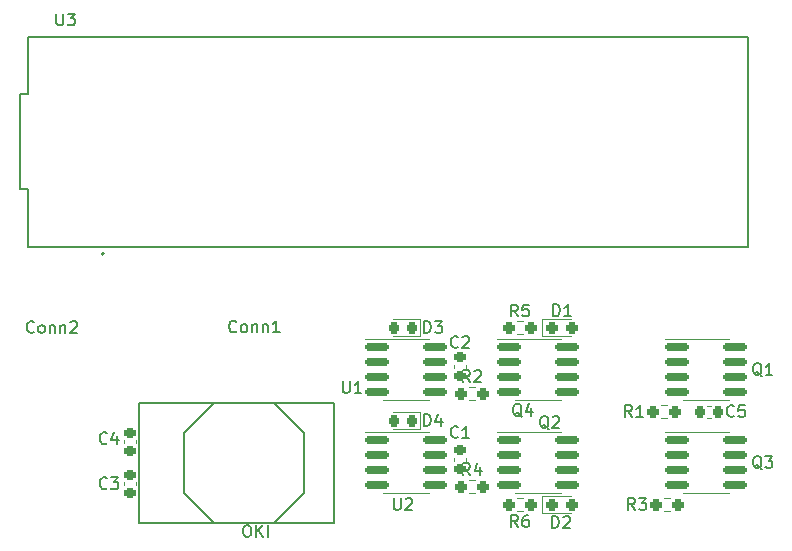
<source format=gto>
G04 #@! TF.GenerationSoftware,KiCad,Pcbnew,(6.0.8)*
G04 #@! TF.CreationDate,2022-10-20T16:10:57-05:00*
G04 #@! TF.ProjectId,H-Bridge,482d4272-6964-4676-952e-6b696361645f,rev?*
G04 #@! TF.SameCoordinates,Original*
G04 #@! TF.FileFunction,Legend,Top*
G04 #@! TF.FilePolarity,Positive*
%FSLAX46Y46*%
G04 Gerber Fmt 4.6, Leading zero omitted, Abs format (unit mm)*
G04 Created by KiCad (PCBNEW (6.0.8)) date 2022-10-20 16:10:57*
%MOMM*%
%LPD*%
G01*
G04 APERTURE LIST*
G04 Aperture macros list*
%AMRoundRect*
0 Rectangle with rounded corners*
0 $1 Rounding radius*
0 $2 $3 $4 $5 $6 $7 $8 $9 X,Y pos of 4 corners*
0 Add a 4 corners polygon primitive as box body*
4,1,4,$2,$3,$4,$5,$6,$7,$8,$9,$2,$3,0*
0 Add four circle primitives for the rounded corners*
1,1,$1+$1,$2,$3*
1,1,$1+$1,$4,$5*
1,1,$1+$1,$6,$7*
1,1,$1+$1,$8,$9*
0 Add four rect primitives between the rounded corners*
20,1,$1+$1,$2,$3,$4,$5,0*
20,1,$1+$1,$4,$5,$6,$7,0*
20,1,$1+$1,$6,$7,$8,$9,0*
20,1,$1+$1,$8,$9,$2,$3,0*%
G04 Aperture macros list end*
%ADD10C,0.150000*%
%ADD11C,0.120000*%
%ADD12C,0.127000*%
%ADD13C,0.200000*%
%ADD14RoundRect,0.237500X-0.250000X-0.237500X0.250000X-0.237500X0.250000X0.237500X-0.250000X0.237500X0*%
%ADD15RoundRect,0.225000X-0.250000X0.225000X-0.250000X-0.225000X0.250000X-0.225000X0.250000X0.225000X0*%
%ADD16RoundRect,0.218750X0.218750X0.256250X-0.218750X0.256250X-0.218750X-0.256250X0.218750X-0.256250X0*%
%ADD17RoundRect,0.237500X-0.287500X-0.237500X0.287500X-0.237500X0.287500X0.237500X-0.287500X0.237500X0*%
%ADD18O,5.100000X3.000000*%
%ADD19RoundRect,0.150000X-0.825000X-0.150000X0.825000X-0.150000X0.825000X0.150000X-0.825000X0.150000X0*%
%ADD20C,1.308000*%
%ADD21C,1.258000*%
%ADD22C,1.208000*%
%ADD23RoundRect,0.225000X-0.225000X-0.250000X0.225000X-0.250000X0.225000X0.250000X-0.225000X0.250000X0*%
%ADD24RoundRect,0.237500X0.250000X0.237500X-0.250000X0.237500X-0.250000X-0.237500X0.250000X-0.237500X0*%
%ADD25RoundRect,0.225000X0.250000X-0.225000X0.250000X0.225000X-0.250000X0.225000X-0.250000X-0.225000X0*%
%ADD26C,1.524000*%
%ADD27O,3.000000X5.100000*%
G04 APERTURE END LIST*
D10*
X98893333Y-75984380D02*
X98560000Y-75508190D01*
X98321904Y-75984380D02*
X98321904Y-74984380D01*
X98702857Y-74984380D01*
X98798095Y-75032000D01*
X98845714Y-75079619D01*
X98893333Y-75174857D01*
X98893333Y-75317714D01*
X98845714Y-75412952D01*
X98798095Y-75460571D01*
X98702857Y-75508190D01*
X98321904Y-75508190D01*
X99274285Y-75079619D02*
X99321904Y-75032000D01*
X99417142Y-74984380D01*
X99655238Y-74984380D01*
X99750476Y-75032000D01*
X99798095Y-75079619D01*
X99845714Y-75174857D01*
X99845714Y-75270095D01*
X99798095Y-75412952D01*
X99226666Y-75984380D01*
X99845714Y-75984380D01*
X97877333Y-73001142D02*
X97829714Y-73048761D01*
X97686857Y-73096380D01*
X97591619Y-73096380D01*
X97448761Y-73048761D01*
X97353523Y-72953523D01*
X97305904Y-72858285D01*
X97258285Y-72667809D01*
X97258285Y-72524952D01*
X97305904Y-72334476D01*
X97353523Y-72239238D01*
X97448761Y-72144000D01*
X97591619Y-72096380D01*
X97686857Y-72096380D01*
X97829714Y-72144000D01*
X97877333Y-72191619D01*
X98258285Y-72191619D02*
X98305904Y-72144000D01*
X98401142Y-72096380D01*
X98639238Y-72096380D01*
X98734476Y-72144000D01*
X98782095Y-72191619D01*
X98829714Y-72286857D01*
X98829714Y-72382095D01*
X98782095Y-72524952D01*
X98210666Y-73096380D01*
X98829714Y-73096380D01*
X98900843Y-83866459D02*
X98567510Y-83390269D01*
X98329414Y-83866459D02*
X98329414Y-82866459D01*
X98710367Y-82866459D01*
X98805605Y-82914079D01*
X98853224Y-82961698D01*
X98900843Y-83056936D01*
X98900843Y-83199793D01*
X98853224Y-83295031D01*
X98805605Y-83342650D01*
X98710367Y-83390269D01*
X98329414Y-83390269D01*
X99757986Y-83199793D02*
X99757986Y-83866459D01*
X99519890Y-82818840D02*
X99281795Y-83533126D01*
X99900843Y-83533126D01*
X95019904Y-79700380D02*
X95019904Y-78700380D01*
X95258000Y-78700380D01*
X95400857Y-78748000D01*
X95496095Y-78843238D01*
X95543714Y-78938476D01*
X95591333Y-79128952D01*
X95591333Y-79271809D01*
X95543714Y-79462285D01*
X95496095Y-79557523D01*
X95400857Y-79652761D01*
X95258000Y-79700380D01*
X95019904Y-79700380D01*
X96448476Y-79033714D02*
X96448476Y-79700380D01*
X96210380Y-78652761D02*
X95972285Y-79367047D01*
X96591333Y-79367047D01*
X68159333Y-81142142D02*
X68111714Y-81189761D01*
X67968857Y-81237380D01*
X67873619Y-81237380D01*
X67730761Y-81189761D01*
X67635523Y-81094523D01*
X67587904Y-80999285D01*
X67540285Y-80808809D01*
X67540285Y-80665952D01*
X67587904Y-80475476D01*
X67635523Y-80380238D01*
X67730761Y-80285000D01*
X67873619Y-80237380D01*
X67968857Y-80237380D01*
X68111714Y-80285000D01*
X68159333Y-80332619D01*
X69016476Y-80570714D02*
X69016476Y-81237380D01*
X68778380Y-80189761D02*
X68540285Y-80904047D01*
X69159333Y-80904047D01*
X105941904Y-70396380D02*
X105941904Y-69396380D01*
X106180000Y-69396380D01*
X106322857Y-69444000D01*
X106418095Y-69539238D01*
X106465714Y-69634476D01*
X106513333Y-69824952D01*
X106513333Y-69967809D01*
X106465714Y-70158285D01*
X106418095Y-70253523D01*
X106322857Y-70348761D01*
X106180000Y-70396380D01*
X105941904Y-70396380D01*
X107465714Y-70396380D02*
X106894285Y-70396380D01*
X107180000Y-70396380D02*
X107180000Y-69396380D01*
X107084761Y-69539238D01*
X106989523Y-69634476D01*
X106894285Y-69682095D01*
X79121190Y-71675342D02*
X79073571Y-71722961D01*
X78930714Y-71770580D01*
X78835476Y-71770580D01*
X78692619Y-71722961D01*
X78597380Y-71627723D01*
X78549761Y-71532485D01*
X78502142Y-71342009D01*
X78502142Y-71199152D01*
X78549761Y-71008676D01*
X78597380Y-70913438D01*
X78692619Y-70818200D01*
X78835476Y-70770580D01*
X78930714Y-70770580D01*
X79073571Y-70818200D01*
X79121190Y-70865819D01*
X79692619Y-71770580D02*
X79597380Y-71722961D01*
X79549761Y-71675342D01*
X79502142Y-71580104D01*
X79502142Y-71294390D01*
X79549761Y-71199152D01*
X79597380Y-71151533D01*
X79692619Y-71103914D01*
X79835476Y-71103914D01*
X79930714Y-71151533D01*
X79978333Y-71199152D01*
X80025952Y-71294390D01*
X80025952Y-71580104D01*
X79978333Y-71675342D01*
X79930714Y-71722961D01*
X79835476Y-71770580D01*
X79692619Y-71770580D01*
X80454523Y-71103914D02*
X80454523Y-71770580D01*
X80454523Y-71199152D02*
X80502142Y-71151533D01*
X80597380Y-71103914D01*
X80740238Y-71103914D01*
X80835476Y-71151533D01*
X80883095Y-71246771D01*
X80883095Y-71770580D01*
X81359285Y-71103914D02*
X81359285Y-71770580D01*
X81359285Y-71199152D02*
X81406904Y-71151533D01*
X81502142Y-71103914D01*
X81645000Y-71103914D01*
X81740238Y-71151533D01*
X81787857Y-71246771D01*
X81787857Y-71770580D01*
X82787857Y-71770580D02*
X82216428Y-71770580D01*
X82502142Y-71770580D02*
X82502142Y-70770580D01*
X82406904Y-70913438D01*
X82311666Y-71008676D01*
X82216428Y-71056295D01*
X92456095Y-85812380D02*
X92456095Y-86621904D01*
X92503714Y-86717142D01*
X92551333Y-86764761D01*
X92646571Y-86812380D01*
X92837047Y-86812380D01*
X92932285Y-86764761D01*
X92979904Y-86717142D01*
X93027523Y-86621904D01*
X93027523Y-85812380D01*
X93456095Y-85907619D02*
X93503714Y-85860000D01*
X93598952Y-85812380D01*
X93837047Y-85812380D01*
X93932285Y-85860000D01*
X93979904Y-85907619D01*
X94027523Y-86002857D01*
X94027523Y-86098095D01*
X93979904Y-86240952D01*
X93408476Y-86812380D01*
X94027523Y-86812380D01*
X88138095Y-75906380D02*
X88138095Y-76715904D01*
X88185714Y-76811142D01*
X88233333Y-76858761D01*
X88328571Y-76906380D01*
X88519047Y-76906380D01*
X88614285Y-76858761D01*
X88661904Y-76811142D01*
X88709523Y-76715904D01*
X88709523Y-75906380D01*
X89709523Y-76906380D02*
X89138095Y-76906380D01*
X89423809Y-76906380D02*
X89423809Y-75906380D01*
X89328571Y-76049238D01*
X89233333Y-76144476D01*
X89138095Y-76192095D01*
X63881095Y-44783380D02*
X63881095Y-45592904D01*
X63928714Y-45688142D01*
X63976333Y-45735761D01*
X64071571Y-45783380D01*
X64262047Y-45783380D01*
X64357285Y-45735761D01*
X64404904Y-45688142D01*
X64452523Y-45592904D01*
X64452523Y-44783380D01*
X64833476Y-44783380D02*
X65452523Y-44783380D01*
X65119190Y-45164333D01*
X65262047Y-45164333D01*
X65357285Y-45211952D01*
X65404904Y-45259571D01*
X65452523Y-45354809D01*
X65452523Y-45592904D01*
X65404904Y-45688142D01*
X65357285Y-45735761D01*
X65262047Y-45783380D01*
X64976333Y-45783380D01*
X64881095Y-45735761D01*
X64833476Y-45688142D01*
X103292877Y-78924979D02*
X103197639Y-78877360D01*
X103102401Y-78782121D01*
X102959544Y-78639264D01*
X102864306Y-78591645D01*
X102769068Y-78591645D01*
X102816687Y-78829740D02*
X102721449Y-78782121D01*
X102626211Y-78686883D01*
X102578592Y-78496407D01*
X102578592Y-78163074D01*
X102626211Y-77972598D01*
X102721449Y-77877360D01*
X102816687Y-77829740D01*
X103007163Y-77829740D01*
X103102401Y-77877360D01*
X103197639Y-77972598D01*
X103245258Y-78163074D01*
X103245258Y-78496407D01*
X103197639Y-78686883D01*
X103102401Y-78782121D01*
X103007163Y-78829740D01*
X102816687Y-78829740D01*
X104102401Y-78163074D02*
X104102401Y-78829740D01*
X103864306Y-77782121D02*
X103626211Y-78496407D01*
X104245258Y-78496407D01*
X123602761Y-75477619D02*
X123507523Y-75430000D01*
X123412285Y-75334761D01*
X123269428Y-75191904D01*
X123174190Y-75144285D01*
X123078952Y-75144285D01*
X123126571Y-75382380D02*
X123031333Y-75334761D01*
X122936095Y-75239523D01*
X122888476Y-75049047D01*
X122888476Y-74715714D01*
X122936095Y-74525238D01*
X123031333Y-74430000D01*
X123126571Y-74382380D01*
X123317047Y-74382380D01*
X123412285Y-74430000D01*
X123507523Y-74525238D01*
X123555142Y-74715714D01*
X123555142Y-75049047D01*
X123507523Y-75239523D01*
X123412285Y-75334761D01*
X123317047Y-75382380D01*
X123126571Y-75382380D01*
X124507523Y-75382380D02*
X123936095Y-75382380D01*
X124221809Y-75382380D02*
X124221809Y-74382380D01*
X124126571Y-74525238D01*
X124031333Y-74620476D01*
X123936095Y-74668095D01*
X112863333Y-86812380D02*
X112530000Y-86336190D01*
X112291904Y-86812380D02*
X112291904Y-85812380D01*
X112672857Y-85812380D01*
X112768095Y-85860000D01*
X112815714Y-85907619D01*
X112863333Y-86002857D01*
X112863333Y-86145714D01*
X112815714Y-86240952D01*
X112768095Y-86288571D01*
X112672857Y-86336190D01*
X112291904Y-86336190D01*
X113196666Y-85812380D02*
X113815714Y-85812380D01*
X113482380Y-86193333D01*
X113625238Y-86193333D01*
X113720476Y-86240952D01*
X113768095Y-86288571D01*
X113815714Y-86383809D01*
X113815714Y-86621904D01*
X113768095Y-86717142D01*
X113720476Y-86764761D01*
X113625238Y-86812380D01*
X113339523Y-86812380D01*
X113244285Y-86764761D01*
X113196666Y-86717142D01*
X95019904Y-71826380D02*
X95019904Y-70826380D01*
X95258000Y-70826380D01*
X95400857Y-70874000D01*
X95496095Y-70969238D01*
X95543714Y-71064476D01*
X95591333Y-71254952D01*
X95591333Y-71397809D01*
X95543714Y-71588285D01*
X95496095Y-71683523D01*
X95400857Y-71778761D01*
X95258000Y-71826380D01*
X95019904Y-71826380D01*
X95924666Y-70826380D02*
X96543714Y-70826380D01*
X96210380Y-71207333D01*
X96353238Y-71207333D01*
X96448476Y-71254952D01*
X96496095Y-71302571D01*
X96543714Y-71397809D01*
X96543714Y-71635904D01*
X96496095Y-71731142D01*
X96448476Y-71778761D01*
X96353238Y-71826380D01*
X96067523Y-71826380D01*
X95972285Y-71778761D01*
X95924666Y-71731142D01*
X112609333Y-78938380D02*
X112276000Y-78462190D01*
X112037904Y-78938380D02*
X112037904Y-77938380D01*
X112418857Y-77938380D01*
X112514095Y-77986000D01*
X112561714Y-78033619D01*
X112609333Y-78128857D01*
X112609333Y-78271714D01*
X112561714Y-78366952D01*
X112514095Y-78414571D01*
X112418857Y-78462190D01*
X112037904Y-78462190D01*
X113561714Y-78938380D02*
X112990285Y-78938380D01*
X113276000Y-78938380D02*
X113276000Y-77938380D01*
X113180761Y-78081238D01*
X113085523Y-78176476D01*
X112990285Y-78224095D01*
X97877333Y-80621142D02*
X97829714Y-80668761D01*
X97686857Y-80716380D01*
X97591619Y-80716380D01*
X97448761Y-80668761D01*
X97353523Y-80573523D01*
X97305904Y-80478285D01*
X97258285Y-80287809D01*
X97258285Y-80144952D01*
X97305904Y-79954476D01*
X97353523Y-79859238D01*
X97448761Y-79764000D01*
X97591619Y-79716380D01*
X97686857Y-79716380D01*
X97829714Y-79764000D01*
X97877333Y-79811619D01*
X98829714Y-80716380D02*
X98258285Y-80716380D01*
X98544000Y-80716380D02*
X98544000Y-79716380D01*
X98448761Y-79859238D01*
X98353523Y-79954476D01*
X98258285Y-80002095D01*
X121245333Y-78843142D02*
X121197714Y-78890761D01*
X121054857Y-78938380D01*
X120959619Y-78938380D01*
X120816761Y-78890761D01*
X120721523Y-78795523D01*
X120673904Y-78700285D01*
X120626285Y-78509809D01*
X120626285Y-78366952D01*
X120673904Y-78176476D01*
X120721523Y-78081238D01*
X120816761Y-77986000D01*
X120959619Y-77938380D01*
X121054857Y-77938380D01*
X121197714Y-77986000D01*
X121245333Y-78033619D01*
X122150095Y-77938380D02*
X121673904Y-77938380D01*
X121626285Y-78414571D01*
X121673904Y-78366952D01*
X121769142Y-78319333D01*
X122007238Y-78319333D01*
X122102476Y-78366952D01*
X122150095Y-78414571D01*
X122197714Y-78509809D01*
X122197714Y-78747904D01*
X122150095Y-78843142D01*
X122102476Y-78890761D01*
X122007238Y-78938380D01*
X121769142Y-78938380D01*
X121673904Y-78890761D01*
X121626285Y-78843142D01*
X105568761Y-79963637D02*
X105473523Y-79916018D01*
X105378285Y-79820779D01*
X105235428Y-79677922D01*
X105140190Y-79630303D01*
X105044952Y-79630303D01*
X105092571Y-79868398D02*
X104997333Y-79820779D01*
X104902095Y-79725541D01*
X104854476Y-79535065D01*
X104854476Y-79201732D01*
X104902095Y-79011256D01*
X104997333Y-78916018D01*
X105092571Y-78868398D01*
X105283047Y-78868398D01*
X105378285Y-78916018D01*
X105473523Y-79011256D01*
X105521142Y-79201732D01*
X105521142Y-79535065D01*
X105473523Y-79725541D01*
X105378285Y-79820779D01*
X105283047Y-79868398D01*
X105092571Y-79868398D01*
X105902095Y-78963637D02*
X105949714Y-78916018D01*
X106044952Y-78868398D01*
X106283047Y-78868398D01*
X106378285Y-78916018D01*
X106425904Y-78963637D01*
X106473523Y-79058875D01*
X106473523Y-79154113D01*
X106425904Y-79296970D01*
X105854476Y-79868398D01*
X106473523Y-79868398D01*
X102957333Y-70422380D02*
X102624000Y-69946190D01*
X102385904Y-70422380D02*
X102385904Y-69422380D01*
X102766857Y-69422380D01*
X102862095Y-69470000D01*
X102909714Y-69517619D01*
X102957333Y-69612857D01*
X102957333Y-69755714D01*
X102909714Y-69850952D01*
X102862095Y-69898571D01*
X102766857Y-69946190D01*
X102385904Y-69946190D01*
X103862095Y-69422380D02*
X103385904Y-69422380D01*
X103338285Y-69898571D01*
X103385904Y-69850952D01*
X103481142Y-69803333D01*
X103719238Y-69803333D01*
X103814476Y-69850952D01*
X103862095Y-69898571D01*
X103909714Y-69993809D01*
X103909714Y-70231904D01*
X103862095Y-70327142D01*
X103814476Y-70374761D01*
X103719238Y-70422380D01*
X103481142Y-70422380D01*
X103385904Y-70374761D01*
X103338285Y-70327142D01*
X68159333Y-84952142D02*
X68111714Y-84999761D01*
X67968857Y-85047380D01*
X67873619Y-85047380D01*
X67730761Y-84999761D01*
X67635523Y-84904523D01*
X67587904Y-84809285D01*
X67540285Y-84618809D01*
X67540285Y-84475952D01*
X67587904Y-84285476D01*
X67635523Y-84190238D01*
X67730761Y-84095000D01*
X67873619Y-84047380D01*
X67968857Y-84047380D01*
X68111714Y-84095000D01*
X68159333Y-84142619D01*
X68492666Y-84047380D02*
X69111714Y-84047380D01*
X68778380Y-84428333D01*
X68921238Y-84428333D01*
X69016476Y-84475952D01*
X69064095Y-84523571D01*
X69111714Y-84618809D01*
X69111714Y-84856904D01*
X69064095Y-84952142D01*
X69016476Y-84999761D01*
X68921238Y-85047380D01*
X68635523Y-85047380D01*
X68540285Y-84999761D01*
X68492666Y-84952142D01*
X102957333Y-88242380D02*
X102624000Y-87766190D01*
X102385904Y-88242380D02*
X102385904Y-87242380D01*
X102766857Y-87242380D01*
X102862095Y-87290000D01*
X102909714Y-87337619D01*
X102957333Y-87432857D01*
X102957333Y-87575714D01*
X102909714Y-87670952D01*
X102862095Y-87718571D01*
X102766857Y-87766190D01*
X102385904Y-87766190D01*
X103814476Y-87242380D02*
X103624000Y-87242380D01*
X103528761Y-87290000D01*
X103481142Y-87337619D01*
X103385904Y-87480476D01*
X103338285Y-87670952D01*
X103338285Y-88051904D01*
X103385904Y-88147142D01*
X103433523Y-88194761D01*
X103528761Y-88242380D01*
X103719238Y-88242380D01*
X103814476Y-88194761D01*
X103862095Y-88147142D01*
X103909714Y-88051904D01*
X103909714Y-87813809D01*
X103862095Y-87718571D01*
X103814476Y-87670952D01*
X103719238Y-87623333D01*
X103528761Y-87623333D01*
X103433523Y-87670952D01*
X103385904Y-87718571D01*
X103338285Y-87813809D01*
X105859904Y-88336380D02*
X105859904Y-87336380D01*
X106098000Y-87336380D01*
X106240857Y-87384000D01*
X106336095Y-87479238D01*
X106383714Y-87574476D01*
X106431333Y-87764952D01*
X106431333Y-87907809D01*
X106383714Y-88098285D01*
X106336095Y-88193523D01*
X106240857Y-88288761D01*
X106098000Y-88336380D01*
X105859904Y-88336380D01*
X106812285Y-87431619D02*
X106859904Y-87384000D01*
X106955142Y-87336380D01*
X107193238Y-87336380D01*
X107288476Y-87384000D01*
X107336095Y-87431619D01*
X107383714Y-87526857D01*
X107383714Y-87622095D01*
X107336095Y-87764952D01*
X106764666Y-88336380D01*
X107383714Y-88336380D01*
X61976190Y-71731142D02*
X61928571Y-71778761D01*
X61785714Y-71826380D01*
X61690476Y-71826380D01*
X61547619Y-71778761D01*
X61452380Y-71683523D01*
X61404761Y-71588285D01*
X61357142Y-71397809D01*
X61357142Y-71254952D01*
X61404761Y-71064476D01*
X61452380Y-70969238D01*
X61547619Y-70874000D01*
X61690476Y-70826380D01*
X61785714Y-70826380D01*
X61928571Y-70874000D01*
X61976190Y-70921619D01*
X62547619Y-71826380D02*
X62452380Y-71778761D01*
X62404761Y-71731142D01*
X62357142Y-71635904D01*
X62357142Y-71350190D01*
X62404761Y-71254952D01*
X62452380Y-71207333D01*
X62547619Y-71159714D01*
X62690476Y-71159714D01*
X62785714Y-71207333D01*
X62833333Y-71254952D01*
X62880952Y-71350190D01*
X62880952Y-71635904D01*
X62833333Y-71731142D01*
X62785714Y-71778761D01*
X62690476Y-71826380D01*
X62547619Y-71826380D01*
X63309523Y-71159714D02*
X63309523Y-71826380D01*
X63309523Y-71254952D02*
X63357142Y-71207333D01*
X63452380Y-71159714D01*
X63595238Y-71159714D01*
X63690476Y-71207333D01*
X63738095Y-71302571D01*
X63738095Y-71826380D01*
X64214285Y-71159714D02*
X64214285Y-71826380D01*
X64214285Y-71254952D02*
X64261904Y-71207333D01*
X64357142Y-71159714D01*
X64500000Y-71159714D01*
X64595238Y-71207333D01*
X64642857Y-71302571D01*
X64642857Y-71826380D01*
X65071428Y-70921619D02*
X65119047Y-70874000D01*
X65214285Y-70826380D01*
X65452380Y-70826380D01*
X65547619Y-70874000D01*
X65595238Y-70921619D01*
X65642857Y-71016857D01*
X65642857Y-71112095D01*
X65595238Y-71254952D01*
X65023809Y-71826380D01*
X65642857Y-71826380D01*
X123602761Y-83351619D02*
X123507523Y-83304000D01*
X123412285Y-83208761D01*
X123269428Y-83065904D01*
X123174190Y-83018285D01*
X123078952Y-83018285D01*
X123126571Y-83256380D02*
X123031333Y-83208761D01*
X122936095Y-83113523D01*
X122888476Y-82923047D01*
X122888476Y-82589714D01*
X122936095Y-82399238D01*
X123031333Y-82304000D01*
X123126571Y-82256380D01*
X123317047Y-82256380D01*
X123412285Y-82304000D01*
X123507523Y-82399238D01*
X123555142Y-82589714D01*
X123555142Y-82923047D01*
X123507523Y-83113523D01*
X123412285Y-83208761D01*
X123317047Y-83256380D01*
X123126571Y-83256380D01*
X123888476Y-82256380D02*
X124507523Y-82256380D01*
X124174190Y-82637333D01*
X124317047Y-82637333D01*
X124412285Y-82684952D01*
X124459904Y-82732571D01*
X124507523Y-82827809D01*
X124507523Y-83065904D01*
X124459904Y-83161142D01*
X124412285Y-83208761D01*
X124317047Y-83256380D01*
X124031333Y-83256380D01*
X123936095Y-83208761D01*
X123888476Y-83161142D01*
X79938666Y-88098380D02*
X80129142Y-88098380D01*
X80224380Y-88146000D01*
X80319619Y-88241238D01*
X80367238Y-88431714D01*
X80367238Y-88765047D01*
X80319619Y-88955523D01*
X80224380Y-89050761D01*
X80129142Y-89098380D01*
X79938666Y-89098380D01*
X79843428Y-89050761D01*
X79748190Y-88955523D01*
X79700571Y-88765047D01*
X79700571Y-88431714D01*
X79748190Y-88241238D01*
X79843428Y-88146000D01*
X79938666Y-88098380D01*
X80795809Y-89098380D02*
X80795809Y-88098380D01*
X81367238Y-89098380D02*
X80938666Y-88526952D01*
X81367238Y-88098380D02*
X80795809Y-88669809D01*
X81795809Y-89098380D02*
X81795809Y-88098380D01*
D11*
X98805276Y-77484500D02*
X99314724Y-77484500D01*
X98805276Y-76439500D02*
X99314724Y-76439500D01*
X98554000Y-74535420D02*
X98554000Y-74816580D01*
X97534000Y-74535420D02*
X97534000Y-74816580D01*
X98805276Y-85358500D02*
X99314724Y-85358500D01*
X98805276Y-84313500D02*
X99314724Y-84313500D01*
X92418000Y-79983000D02*
X94703000Y-79983000D01*
X94703000Y-78513000D02*
X92418000Y-78513000D01*
X94703000Y-79983000D02*
X94703000Y-78513000D01*
X70614000Y-80898420D02*
X70614000Y-81179580D01*
X69594000Y-80898420D02*
X69594000Y-81179580D01*
X105020000Y-72109000D02*
X107480000Y-72109000D01*
X105020000Y-70639000D02*
X105020000Y-72109000D01*
X107480000Y-70639000D02*
X105020000Y-70639000D01*
X93472000Y-85364000D02*
X91522000Y-85364000D01*
X93472000Y-80244000D02*
X90022000Y-80244000D01*
X93472000Y-80244000D02*
X95422000Y-80244000D01*
X93472000Y-85364000D02*
X95422000Y-85364000D01*
X93472000Y-77490000D02*
X95422000Y-77490000D01*
X93472000Y-72370000D02*
X95422000Y-72370000D01*
X93472000Y-72370000D02*
X90022000Y-72370000D01*
X93472000Y-77490000D02*
X91522000Y-77490000D01*
D12*
X60768000Y-59656000D02*
X60768000Y-51596000D01*
X61468000Y-64516000D02*
X61468000Y-59656000D01*
X61468000Y-46736000D02*
X61468000Y-51596000D01*
X122428000Y-46736000D02*
X122428000Y-64516000D01*
X61468000Y-51596000D02*
X60768000Y-51596000D01*
X61468000Y-46736000D02*
X122428000Y-46736000D01*
X61468000Y-59656000D02*
X60768000Y-59656000D01*
X122428000Y-64516000D02*
X61468000Y-64516000D01*
D13*
X67918000Y-65126000D02*
G75*
G03*
X67918000Y-65126000I-100000J0D01*
G01*
D11*
X104648000Y-72370000D02*
X106598000Y-72370000D01*
X104648000Y-72370000D02*
X101198000Y-72370000D01*
X104648000Y-77490000D02*
X106598000Y-77490000D01*
X104648000Y-77490000D02*
X102698000Y-77490000D01*
X118872000Y-77490000D02*
X116922000Y-77490000D01*
X118872000Y-72370000D02*
X115422000Y-72370000D01*
X118872000Y-77490000D02*
X120822000Y-77490000D01*
X118872000Y-72370000D02*
X120822000Y-72370000D01*
X115315276Y-86882500D02*
X115824724Y-86882500D01*
X115315276Y-85837500D02*
X115824724Y-85837500D01*
X94703000Y-70639000D02*
X92418000Y-70639000D01*
X92418000Y-72109000D02*
X94703000Y-72109000D01*
X94703000Y-72109000D02*
X94703000Y-70639000D01*
X115061276Y-77963500D02*
X115570724Y-77963500D01*
X115061276Y-79008500D02*
X115570724Y-79008500D01*
X98554000Y-82409420D02*
X98554000Y-82690580D01*
X97534000Y-82409420D02*
X97534000Y-82690580D01*
X118985420Y-77976000D02*
X119266580Y-77976000D01*
X118985420Y-78996000D02*
X119266580Y-78996000D01*
X104648000Y-80244000D02*
X101198000Y-80244000D01*
X104648000Y-80244000D02*
X106598000Y-80244000D01*
X104648000Y-85364000D02*
X106598000Y-85364000D01*
X104648000Y-85364000D02*
X102698000Y-85364000D01*
X103378724Y-70851500D02*
X102869276Y-70851500D01*
X103378724Y-71896500D02*
X102869276Y-71896500D01*
X69594000Y-84735580D02*
X69594000Y-84454420D01*
X70614000Y-84735580D02*
X70614000Y-84454420D01*
X103378724Y-85837500D02*
X102869276Y-85837500D01*
X103378724Y-86882500D02*
X102869276Y-86882500D01*
X105020000Y-87095000D02*
X107480000Y-87095000D01*
X107480000Y-85625000D02*
X105020000Y-85625000D01*
X105020000Y-85625000D02*
X105020000Y-87095000D01*
X118872000Y-80244000D02*
X120822000Y-80244000D01*
X118872000Y-85364000D02*
X116922000Y-85364000D01*
X118872000Y-80244000D02*
X115422000Y-80244000D01*
X118872000Y-85364000D02*
X120822000Y-85364000D01*
D10*
X84836000Y-80264000D02*
X84836000Y-85344000D01*
X82296000Y-87884000D02*
X77216000Y-87884000D01*
X70866000Y-77724000D02*
X87376000Y-77724000D01*
X74676000Y-85344000D02*
X74676000Y-80264000D01*
X84836000Y-85344000D02*
X82296000Y-87884000D01*
X74676000Y-80264000D02*
X77216000Y-77724000D01*
X87376000Y-87884000D02*
X87376000Y-77724000D01*
X77216000Y-87884000D02*
X74676000Y-85344000D01*
X82296000Y-77724000D02*
X84836000Y-80264000D01*
X77216000Y-77724000D02*
X82296000Y-77724000D01*
X87376000Y-87884000D02*
X70866000Y-87884000D01*
X70866000Y-87884000D02*
X70866000Y-77724000D01*
%LPC*%
D14*
X98147500Y-76962000D03*
X99972500Y-76962000D03*
D15*
X98044000Y-73901000D03*
X98044000Y-75451000D03*
D14*
X98147500Y-84836000D03*
X99972500Y-84836000D03*
D16*
X94005500Y-79248000D03*
X92430500Y-79248000D03*
D15*
X70104000Y-80264000D03*
X70104000Y-81814000D03*
D17*
X105805000Y-71374000D03*
X107555000Y-71374000D03*
D18*
X76708000Y-74232800D03*
X84582000Y-74232800D03*
D19*
X90997000Y-80899000D03*
X90997000Y-82169000D03*
X90997000Y-83439000D03*
X90997000Y-84709000D03*
X95947000Y-84709000D03*
X95947000Y-83439000D03*
X95947000Y-82169000D03*
X95947000Y-80899000D03*
X90997000Y-73025000D03*
X90997000Y-74295000D03*
X90997000Y-75565000D03*
X90997000Y-76835000D03*
X95947000Y-76835000D03*
X95947000Y-75565000D03*
X95947000Y-74295000D03*
X95947000Y-73025000D03*
D20*
X65278000Y-63246000D03*
X67818000Y-63246000D03*
X70358000Y-63246000D03*
X72898000Y-63246000D03*
X98298000Y-63246000D03*
X67818000Y-48006000D03*
X108458000Y-58166000D03*
X75438000Y-63246000D03*
X77978000Y-63246000D03*
D21*
X69088000Y-60196000D03*
D20*
X80518000Y-63246000D03*
X83058000Y-63246000D03*
X85598000Y-63246000D03*
X88138000Y-63246000D03*
X90678000Y-63246000D03*
X93218000Y-63246000D03*
X95758000Y-63246000D03*
X95758000Y-48006000D03*
X93218000Y-48006000D03*
X90678000Y-48006000D03*
X88138000Y-48006000D03*
X85598000Y-48006000D03*
X83058000Y-48006000D03*
X80518000Y-48006000D03*
X77978000Y-48006000D03*
X75438000Y-48006000D03*
X72898000Y-48006000D03*
X70358000Y-48006000D03*
X100838000Y-63246000D03*
X103378000Y-63246000D03*
X105918000Y-63246000D03*
X108458000Y-63246000D03*
X110998000Y-63246000D03*
X113538000Y-63246000D03*
X116078000Y-63246000D03*
X118618000Y-63246000D03*
X121158000Y-63246000D03*
X121158000Y-48006000D03*
X118618000Y-48006000D03*
X116078000Y-48006000D03*
X113538000Y-48006000D03*
X110998000Y-48006000D03*
X108458000Y-48006000D03*
X105918000Y-48006000D03*
X103378000Y-48006000D03*
X100838000Y-48006000D03*
D21*
X74168000Y-60196000D03*
X71628000Y-60196000D03*
D20*
X62738000Y-63246000D03*
X98298000Y-48006000D03*
X65278000Y-48006000D03*
X108458000Y-55626000D03*
D22*
X77708000Y-52456000D03*
X75708000Y-52456000D03*
D20*
X108458000Y-50546000D03*
X108458000Y-53086000D03*
D22*
X75708000Y-50456000D03*
X77708000Y-50456000D03*
X77708000Y-54456000D03*
X75708000Y-54456000D03*
D21*
X76708000Y-60196000D03*
X79248000Y-60196000D03*
D20*
X108458000Y-60706000D03*
X62738000Y-48006000D03*
X65278000Y-50546000D03*
D19*
X102173000Y-73025000D03*
X102173000Y-74295000D03*
X102173000Y-75565000D03*
X102173000Y-76835000D03*
X107123000Y-76835000D03*
X107123000Y-75565000D03*
X107123000Y-74295000D03*
X107123000Y-73025000D03*
X116397000Y-73025000D03*
X116397000Y-74295000D03*
X116397000Y-75565000D03*
X116397000Y-76835000D03*
X121347000Y-76835000D03*
X121347000Y-75565000D03*
X121347000Y-74295000D03*
X121347000Y-73025000D03*
D14*
X114657500Y-86360000D03*
X116482500Y-86360000D03*
D16*
X94005500Y-71374000D03*
X92430500Y-71374000D03*
D14*
X114403500Y-78486000D03*
X116228500Y-78486000D03*
D15*
X98044000Y-81775000D03*
X98044000Y-83325000D03*
D23*
X118351000Y-78486000D03*
X119901000Y-78486000D03*
D19*
X102173000Y-80899000D03*
X102173000Y-82169000D03*
X102173000Y-83439000D03*
X102173000Y-84709000D03*
X107123000Y-84709000D03*
X107123000Y-83439000D03*
X107123000Y-82169000D03*
X107123000Y-80899000D03*
D24*
X104036500Y-71374000D03*
X102211500Y-71374000D03*
D25*
X70104000Y-85370000D03*
X70104000Y-83820000D03*
D24*
X104036500Y-86360000D03*
X102211500Y-86360000D03*
D17*
X105805000Y-86360000D03*
X107555000Y-86360000D03*
D18*
X59478000Y-74288600D03*
X67352000Y-74288600D03*
D19*
X116397000Y-80899000D03*
X116397000Y-82169000D03*
X116397000Y-83439000D03*
X116397000Y-84709000D03*
X121347000Y-84709000D03*
X121347000Y-83439000D03*
X121347000Y-82169000D03*
X121347000Y-80899000D03*
D26*
X72136000Y-85344000D03*
X72136000Y-82804000D03*
X72136000Y-80264000D03*
D27*
X111760000Y-74930000D03*
X111760000Y-82804000D03*
M02*

</source>
